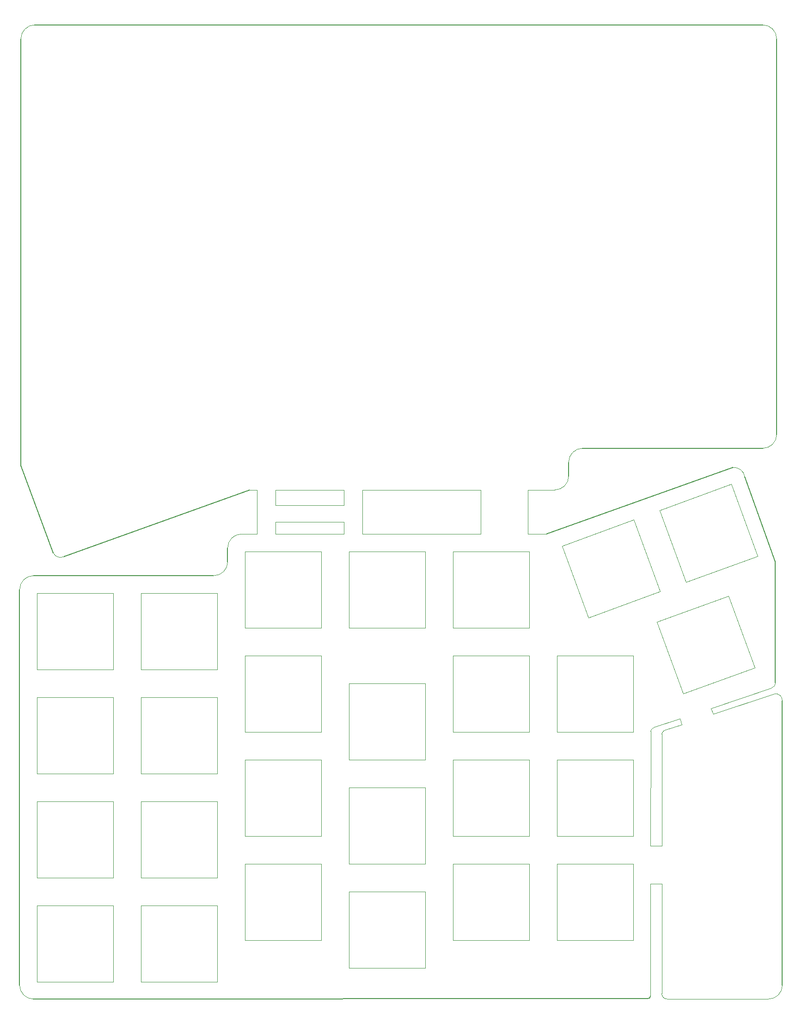
<source format=gbr>
G04 #@! TF.GenerationSoftware,KiCad,Pcbnew,(5.0.2)-1*
G04 #@! TF.CreationDate,2019-03-26T19:22:40+09:00*
G04 #@! TF.ProjectId,ergo52,6572676f-3532-42e6-9b69-6361645f7063,rev?*
G04 #@! TF.SameCoordinates,Original*
G04 #@! TF.FileFunction,Profile,NP*
%FSLAX46Y46*%
G04 Gerber Fmt 4.6, Leading zero omitted, Abs format (unit mm)*
G04 Created by KiCad (PCBNEW (5.0.2)-1) date 2019/03/26 19:22:40*
%MOMM*%
%LPD*%
G01*
G04 APERTURE LIST*
%ADD10C,0.100000*%
%ADD11C,0.200000*%
G04 APERTURE END LIST*
D10*
X143256000Y-158432500D02*
X145288000Y-158432500D01*
X90487500Y-101409500D02*
X112204500Y-101409500D01*
X143256000Y-158419800D02*
X143281400Y-137464800D01*
X143256000Y-185928000D02*
X143256000Y-165404800D01*
X145313400Y-165404800D02*
X145313400Y-185496200D01*
X145313400Y-137972800D02*
X145313400Y-158445200D01*
X149034500Y-136271000D02*
X146050000Y-137223500D01*
X154749500Y-134366000D02*
X165989000Y-130619500D01*
X148653500Y-135191500D02*
X144018000Y-136715500D01*
X154368500Y-133286500D02*
X165354000Y-129603500D01*
X120840500Y-93345000D02*
X125730000Y-93345000D01*
X90487500Y-93345000D02*
X112204500Y-93345000D01*
X74612500Y-93345000D02*
X87122000Y-93345000D01*
X69850000Y-93345000D02*
X71183500Y-93345000D01*
X71183500Y-101409500D02*
X68326000Y-101409500D01*
X87122000Y-101409500D02*
X74549000Y-101409500D01*
X124206000Y-101409500D02*
X120840500Y-101409500D01*
X120840500Y-93345000D02*
X120840500Y-101409500D01*
X112204500Y-93345000D02*
X112204500Y-101409500D01*
X154368500Y-133286500D02*
X154749500Y-134366000D01*
X87122000Y-99187000D02*
X87122000Y-101409500D01*
X74549000Y-99187000D02*
X87122000Y-99187000D01*
X74549000Y-101409500D02*
X74549000Y-99187000D01*
X90487500Y-93345000D02*
X90487500Y-101409500D01*
X87122000Y-96139000D02*
X87122000Y-93345000D01*
X74612500Y-96139000D02*
X87122000Y-96139000D01*
X74612500Y-93345000D02*
X74612500Y-96139000D01*
X71183500Y-93345000D02*
X71183500Y-101409500D01*
X143256000Y-165417500D02*
X145288000Y-165417500D01*
X148640800Y-135178800D02*
X149034500Y-136271000D01*
D11*
X143256000Y-185928000D02*
G75*
G02X142748000Y-186436000I-508000J0D01*
G01*
D10*
X44852378Y-145228839D02*
X44852378Y-131258839D01*
X158368036Y-89223106D02*
G75*
G02X160528000Y-90932000I149342J-2030733D01*
G01*
X143277379Y-137481839D02*
G75*
G02X144039379Y-136719840I1269999J-508000D01*
G01*
X166168646Y-128591839D02*
G75*
G02X165375377Y-129607838I-1047268J0D01*
G01*
X30247378Y-186503839D02*
G75*
G02X27707378Y-183963839I0J2540000D01*
G01*
X27707378Y-111573839D02*
G75*
G02X30247378Y-109033839I2540000J0D01*
G01*
X65807378Y-106493839D02*
G75*
G02X63267378Y-109033839I-2540000J0D01*
G01*
X65807378Y-103953839D02*
G75*
G02X68347378Y-101413839I2540000J0D01*
G01*
X165990498Y-130632361D02*
G75*
G02X167407378Y-131893839I146880J-1261478D01*
G01*
X145309379Y-137989838D02*
G75*
G02X146071379Y-137227840I1015999J-254001D01*
G01*
X146325378Y-186503839D02*
G75*
G02X145309378Y-185487839I0J1016000D01*
G01*
X35821217Y-105558227D02*
G75*
G02X33883600Y-104902000I-616817J1367427D01*
G01*
X163830000Y-8255000D02*
G75*
G02X166370000Y-10795000I0J-2540000D01*
G01*
X166370000Y-83185000D02*
G75*
G02X163830000Y-85725000I-2540000J0D01*
G01*
X128270000Y-88265000D02*
G75*
G02X130810000Y-85725000I2540000J0D01*
G01*
X128270000Y-90805000D02*
G75*
G02X125730000Y-93345000I-2540000J0D01*
G01*
X27940000Y-10795000D02*
G75*
G02X30480000Y-8255000I2540000J0D01*
G01*
X149744166Y-110206836D02*
X162871672Y-105428814D01*
X144966144Y-97079330D02*
X149744166Y-110206836D01*
X157585650Y-112748308D02*
X144458144Y-117526330D01*
X162363672Y-125875814D02*
X157585650Y-112748308D01*
X131862566Y-116709236D02*
X144990072Y-111931214D01*
X144990072Y-111931214D02*
X140212050Y-98803708D01*
X144458144Y-117526330D02*
X149236166Y-130653836D01*
X167407378Y-183963839D02*
G75*
G02X164867378Y-186503839I-2540000J0D01*
G01*
X146325378Y-186503839D02*
X164867378Y-186503839D01*
D11*
X167407378Y-183963839D02*
X167407378Y-131893839D01*
D10*
X162871672Y-105428814D02*
X158093650Y-92301308D01*
X158093650Y-92301308D02*
X144966144Y-97079330D01*
X149236166Y-130653836D02*
X162363672Y-125875814D01*
X127084544Y-103581730D02*
X131862566Y-116709236D01*
X140212050Y-98803708D02*
X127084544Y-103581730D01*
X102002378Y-147768839D02*
X102002378Y-161738839D01*
X88032378Y-147768839D02*
X102002378Y-147768839D01*
X88032378Y-161738839D02*
X88032378Y-147768839D01*
X102002378Y-161738839D02*
X88032378Y-161738839D01*
X88032378Y-180788839D02*
X102002378Y-180788839D01*
X88032378Y-166818839D02*
X88032378Y-180788839D01*
X102002378Y-166818839D02*
X88032378Y-166818839D01*
X102002378Y-180788839D02*
X102002378Y-166818839D01*
X121052378Y-175708839D02*
X121052378Y-161738839D01*
X107082378Y-175708839D02*
X121052378Y-175708839D01*
X107082378Y-161738839D02*
X107082378Y-175708839D01*
X121052378Y-161738839D02*
X107082378Y-161738839D01*
X140102378Y-175708839D02*
X140102378Y-161738839D01*
X126132378Y-175708839D02*
X140102378Y-175708839D01*
X126132378Y-161738839D02*
X126132378Y-175708839D01*
X140102378Y-161738839D02*
X126132378Y-161738839D01*
X140102378Y-156658839D02*
X140102378Y-142688839D01*
X126132378Y-156658839D02*
X140102378Y-156658839D01*
X126132378Y-142688839D02*
X126132378Y-156658839D01*
X140102378Y-142688839D02*
X126132378Y-142688839D01*
X107082378Y-156658839D02*
X121052378Y-156658839D01*
X107082378Y-142688839D02*
X107082378Y-156658839D01*
X121052378Y-142688839D02*
X107082378Y-142688839D01*
X121052378Y-156658839D02*
X121052378Y-142688839D01*
X102002378Y-142688839D02*
X102002378Y-128718839D01*
X88032378Y-142688839D02*
X102002378Y-142688839D01*
X88032378Y-128718839D02*
X88032378Y-142688839D01*
X102002378Y-128718839D02*
X88032378Y-128718839D01*
X68982378Y-137608839D02*
X82952378Y-137608839D01*
X68982378Y-123638839D02*
X68982378Y-137608839D01*
X82952378Y-123638839D02*
X68982378Y-123638839D01*
X82952378Y-137608839D02*
X82952378Y-123638839D01*
X68982378Y-156658839D02*
X82952378Y-156658839D01*
X68982378Y-142688839D02*
X68982378Y-156658839D01*
X82952378Y-142688839D02*
X68982378Y-142688839D01*
X82952378Y-156658839D02*
X82952378Y-142688839D01*
X82952378Y-161738839D02*
X82952378Y-175708839D01*
X68982378Y-161738839D02*
X82952378Y-161738839D01*
X68982378Y-175708839D02*
X68982378Y-161738839D01*
X82952378Y-175708839D02*
X68982378Y-175708839D01*
X63902378Y-183328839D02*
X63902378Y-169358839D01*
X49932378Y-183328839D02*
X63902378Y-183328839D01*
X49932378Y-169358839D02*
X49932378Y-183328839D01*
X63902378Y-169358839D02*
X49932378Y-169358839D01*
X49932378Y-164278839D02*
X63902378Y-164278839D01*
X49932378Y-150308839D02*
X49932378Y-164278839D01*
X63902378Y-150308839D02*
X49932378Y-150308839D01*
X63902378Y-164278839D02*
X63902378Y-150308839D01*
X44852378Y-183328839D02*
X44852378Y-169358839D01*
X30882378Y-183328839D02*
X44852378Y-183328839D01*
X30882378Y-169358839D02*
X30882378Y-183328839D01*
X44852378Y-169358839D02*
X30882378Y-169358839D01*
X30882378Y-164278839D02*
X44852378Y-164278839D01*
X30882378Y-150308839D02*
X30882378Y-164278839D01*
X44852378Y-150308839D02*
X30882378Y-150308839D01*
X44852378Y-164278839D02*
X44852378Y-150308839D01*
X63902378Y-145228839D02*
X49932378Y-145228839D01*
X63902378Y-131258839D02*
X63902378Y-145228839D01*
X49932378Y-131258839D02*
X63902378Y-131258839D01*
X49932378Y-145228839D02*
X49932378Y-131258839D01*
X30882378Y-145228839D02*
X44852378Y-145228839D01*
X30882378Y-131258839D02*
X30882378Y-145228839D01*
X44852378Y-131258839D02*
X30882378Y-131258839D01*
X44852378Y-112208839D02*
X44852378Y-126178839D01*
X30882378Y-112208839D02*
X44852378Y-112208839D01*
X30882378Y-126178839D02*
X30882378Y-112208839D01*
X44852378Y-126178839D02*
X30882378Y-126178839D01*
X63902378Y-126178839D02*
X63902378Y-112208839D01*
X49932378Y-126178839D02*
X63902378Y-126178839D01*
X49932378Y-112208839D02*
X49932378Y-126178839D01*
X63902378Y-112208839D02*
X49932378Y-112208839D01*
X68982378Y-104588839D02*
X82952378Y-104588839D01*
X68982378Y-118558839D02*
X68982378Y-104588839D01*
X82952378Y-118558839D02*
X68982378Y-118558839D01*
X82952378Y-104588839D02*
X82952378Y-118558839D01*
X140102378Y-137608839D02*
X140102378Y-123638839D01*
X126132378Y-137608839D02*
X140102378Y-137608839D01*
X126132378Y-123638839D02*
X126132378Y-137608839D01*
X140102378Y-123638839D02*
X126132378Y-123638839D01*
X121052378Y-137608839D02*
X121052378Y-123638839D01*
X107082378Y-137608839D02*
X121052378Y-137608839D01*
X107082378Y-123638839D02*
X107082378Y-137608839D01*
X121052378Y-123638839D02*
X107082378Y-123638839D01*
X102002378Y-118558839D02*
X102002378Y-104588839D01*
X88032378Y-118558839D02*
X102002378Y-118558839D01*
X88032378Y-104588839D02*
X88032378Y-118558839D01*
X102002378Y-104588839D02*
X88032378Y-104588839D01*
X121052378Y-118558839D02*
X121052378Y-104588839D01*
X107082378Y-118558839D02*
X121052378Y-118558839D01*
X107082378Y-104588839D02*
X107082378Y-118558839D01*
X121052378Y-104588839D02*
X107082378Y-104588839D01*
D11*
X124227378Y-101413839D02*
X158369000Y-89217500D01*
X63267378Y-109033839D02*
X30247378Y-109033839D01*
X27707378Y-111573839D02*
X27707378Y-183963839D01*
X166137378Y-106493839D02*
X160528000Y-90932000D01*
X65807378Y-103953839D02*
X65807378Y-106493839D01*
X166137378Y-128591839D02*
X166137378Y-106493839D01*
X142748000Y-186436000D02*
X30247378Y-186503839D01*
X166370000Y-10795000D02*
X166370000Y-83185000D01*
X163830000Y-85725000D02*
X130810000Y-85725000D01*
X27940000Y-88900000D02*
X33883600Y-104902000D01*
X128270000Y-90805000D02*
X128270000Y-88265000D01*
X35814000Y-105537000D02*
X69850000Y-93345000D01*
X27940000Y-10795000D02*
X27940000Y-88900000D01*
X30480000Y-8255000D02*
X163830000Y-8255000D01*
M02*

</source>
